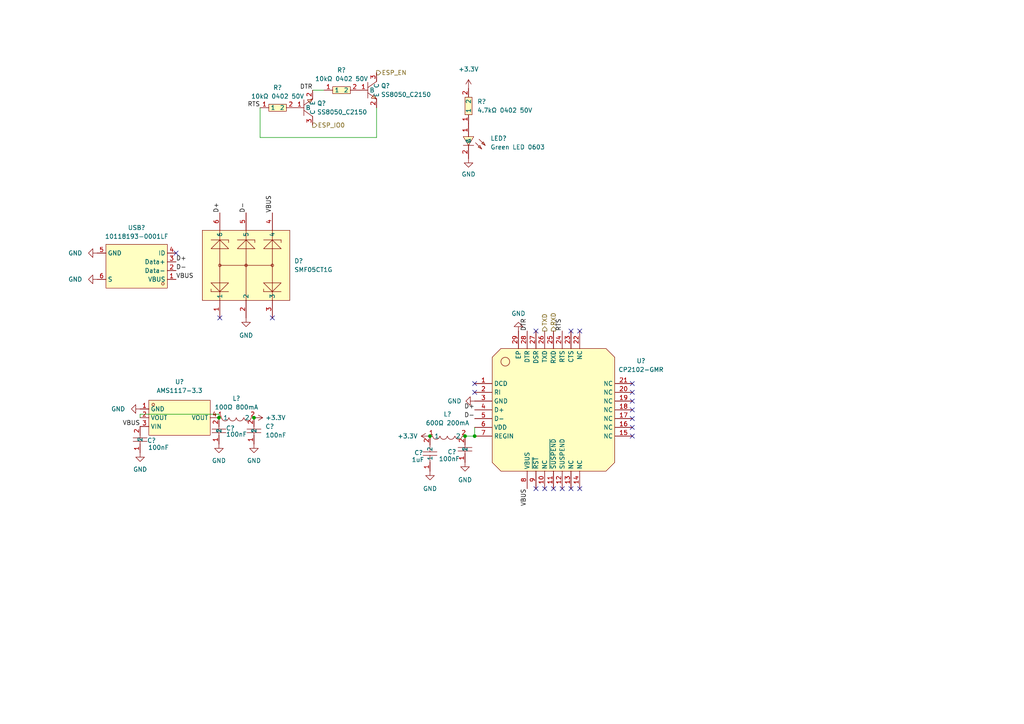
<source format=kicad_sch>
(kicad_sch (version 20211123) (generator eeschema)
  (paper "A4")
  (lib_symbols
    (symbol "easyeda2kicad:100Ω 800mA"
      (property "Reference" "L" (at 0 5.08 0))
      (property "Value" "100Ω 800mA" (at 0 -5.08 0))
      (symbol "100Ω 800mA_0_1"
        (arc (start -4.29 -0.02) (mid -2.52 -0.79) (end -2.27 -0.02))
        (arc (start -2.13 -0.02) (mid -0.36 -0.79) (end -0.11 -0.02))
        (arc (start 0.02 -0.02) (mid 1.79 -0.79) (end 2.04 -0.02))
        (arc (start 2.21 -0.02) (mid 3.3 -1.12) (end 4.23 -0.02))
        (pin unspecified line (at -5.08 0 0) (length 0.762) (name "1") (number "1"))
        (pin unspecified line (at 5.08 0 180) (length 0.762) (name "2") (number "2"))
      )
    )
    (symbol "easyeda2kicad:10118193-0001LF"
      (property "Reference" "USB" (at 0 7.62 0))
      (property "Value" "10118193-0001LF" (at 0 -10.16 0))
      (symbol "10118193-0001LF_0_1"
        (rectangle (start -8.89 5.08) (end 8.89 -7.62) (fill (type background)))
        (circle (center -7.62 3.81) (radius 0.38))
        (pin unspecified line (at -11.43 2.54 0) (length 2.54) (name "VBUS") (number "1"))
        (pin unspecified line (at -11.43 0 0) (length 2.54) (name "Data-") (number "2"))
        (pin unspecified line (at -11.43 -2.54 0) (length 2.54) (name "Data+") (number "3"))
        (pin unspecified line (at -11.43 -5.08 0) (length 2.54) (name "ID") (number "4"))
        (pin unspecified line (at 11.43 -5.08 180) (length 2.54) (name "GND") (number "5"))
        (pin unspecified line (at 11.43 2.54 180) (length 2.54) (name "S") (number "6"))
      )
    )
    (symbol "easyeda2kicad:10kΩ 0402 50V"
      (property "Reference" "R" (at 0 5.08 0))
      (property "Value" "10kΩ 0402 50V" (at 0 -5.08 0))
      (symbol "10kΩ 0402 50V_0_1"
        (rectangle (start -2.54 1.02) (end 2.54 -1.02) (fill (type background)))
        (pin input line (at -5.08 0 0) (length 2.54) (name "1") (number "1"))
        (pin input line (at 5.08 0 180) (length 2.54) (name "2") (number "2"))
      )
    )
    (symbol "easyeda2kicad:16V 100nF X7R ±10% 0402"
      (property "Reference" "C" (at 0 5.08 0))
      (property "Value" "16V 100nF X7R ±10% 0402" (at 0 -5.08 0))
      (symbol "16V 100nF X7R ±10% 0402_0_1"
        (polyline (pts (xy -1.27 0) (xy -0.51 0)))
        (polyline (pts (xy -0.51 2.03) (xy -0.51 -2.03)))
        (polyline (pts (xy 0.51 0) (xy 1.27 0)))
        (polyline (pts (xy 0.51 2.03) (xy 0.51 -2.03)))
        (pin input line (at -3.81 0 0) (length 2.54) (name "1") (number "1"))
        (pin input line (at 3.81 0 180) (length 2.54) (name "2") (number "2"))
      )
    )
    (symbol "easyeda2kicad:25V 1uF X5R ±10% 0402"
      (property "Reference" "C" (at 0 5.08 0))
      (property "Value" "25V 1uF X5R ±10% 0402" (at 0 -5.08 0))
      (symbol "25V 1uF X5R ±10% 0402_0_1"
        (polyline (pts (xy -0.51 -2.03) (xy -0.51 2.03)))
        (polyline (pts (xy -0.51 0) (xy -2.54 0)))
        (polyline (pts (xy 0.51 2.03) (xy 0.51 -2.03)))
        (polyline (pts (xy 2.54 0) (xy 0.51 0)))
        (pin unspecified line (at -5.08 0 0) (length 2.54) (name "1") (number "1"))
        (pin unspecified line (at 5.08 0 180) (length 2.54) (name "2") (number "2"))
      )
    )
    (symbol "easyeda2kicad:4.7kΩ 0402 50V"
      (property "Reference" "R" (at 0 5.08 0))
      (property "Value" "4.7kΩ 0402 50V" (at 0 -5.08 0))
      (symbol "4.7kΩ 0402 50V_0_1"
        (rectangle (start -2.54 1.02) (end 2.54 -1.02) (fill (type background)))
        (pin input line (at -5.08 0 0) (length 2.54) (name "1") (number "1"))
        (pin input line (at 5.08 0 180) (length 2.54) (name "2") (number "2"))
      )
    )
    (symbol "easyeda2kicad:600Ω 200mA"
      (property "Reference" "L" (at 0 5.08 0))
      (property "Value" "600Ω 200mA" (at 0 -5.08 0))
      (symbol "600Ω 200mA_0_1"
        (arc (start -4.29 -0.02) (mid -2.52 -0.79) (end -2.27 -0.02))
        (arc (start -2.13 -0.02) (mid -0.36 -0.79) (end -0.11 -0.02))
        (arc (start 0.02 -0.02) (mid 1.79 -0.79) (end 2.04 -0.02))
        (arc (start 2.21 -0.02) (mid 3.3 -1.12) (end 4.23 -0.02))
        (pin unspecified line (at -5.08 0 0) (length 0.762) (name "1") (number "1"))
        (pin unspecified line (at 5.08 0 180) (length 0.762) (name "2") (number "2"))
      )
    )
    (symbol "easyeda2kicad:AMS1117-3.3"
      (property "Reference" "U" (at 0 7.62 0))
      (property "Value" "AMS1117-3.3" (at 0 -7.62 0))
      (symbol "AMS1117-3.3_0_1"
        (rectangle (start -8.89 5.08) (end 8.89 -5.08) (fill (type background)))
        (circle (center -7.62 3.81) (radius 0.38))
        (pin unspecified line (at -11.43 2.54 0) (length 2.54) (name "GND") (number "1"))
        (pin unspecified line (at -11.43 0 0) (length 2.54) (name "VOUT") (number "2"))
        (pin unspecified line (at -11.43 -2.54 0) (length 2.54) (name "VIN") (number "3"))
        (pin unspecified line (at 11.43 0 180) (length 2.54) (name "VOUT") (number "4"))
      )
    )
    (symbol "easyeda2kicad:CP2102-GMR"
      (property "Reference" "U" (at 0 27.94 0))
      (property "Value" "CP2102-GMR" (at 0 -27.94 0))
      (symbol "CP2102-GMR_0_1"
        (circle (center -13.97 13.97) (radius 1.27))
        (polyline (pts (xy -15.24 17.78) (xy 15.24 17.78) (xy 17.78 15.24) (xy 17.78 -15.24) (xy 15.24 -17.78) (xy -15.24 -17.78) (xy -17.78 -15.24) (xy -17.78 15.24) (xy -15.24 17.78)) (fill (type background)))
        (pin unspecified line (at -22.86 7.62 0) (length 5.08) (name "DCD") (number "1"))
        (pin unspecified line (at -2.54 -22.86 90) (length 5.08) (name "NC") (number "10"))
        (pin unspecified line (at 0 -22.86 90) (length 5.08) (name "~{SUSPEND}") (number "11"))
        (pin unspecified line (at 2.54 -22.86 90) (length 5.08) (name "SUSPEND") (number "12"))
        (pin unspecified line (at 5.08 -22.86 90) (length 5.08) (name "NC") (number "13"))
        (pin unspecified line (at 7.62 -22.86 90) (length 5.08) (name "NC") (number "14"))
        (pin unspecified line (at 22.86 -7.62 180) (length 5.08) (name "NC") (number "15"))
        (pin unspecified line (at 22.86 -5.08 180) (length 5.08) (name "NC") (number "16"))
        (pin unspecified line (at 22.86 -2.54 180) (length 5.08) (name "NC") (number "17"))
        (pin unspecified line (at 22.86 0 180) (length 5.08) (name "NC") (number "18"))
        (pin unspecified line (at 22.86 2.54 180) (length 5.08) (name "NC") (number "19"))
        (pin unspecified line (at -22.86 5.08 0) (length 5.08) (name "RI") (number "2"))
        (pin unspecified line (at 22.86 5.08 180) (length 5.08) (name "NC") (number "20"))
        (pin unspecified line (at 22.86 7.62 180) (length 5.08) (name "NC") (number "21"))
        (pin unspecified line (at 7.62 22.86 270) (length 5.08) (name "NC") (number "22"))
        (pin unspecified line (at 5.08 22.86 270) (length 5.08) (name "CTS") (number "23"))
        (pin unspecified line (at 2.54 22.86 270) (length 5.08) (name "RTS") (number "24"))
        (pin unspecified line (at 0 22.86 270) (length 5.08) (name "RXD") (number "25"))
        (pin unspecified line (at -2.54 22.86 270) (length 5.08) (name "TXD") (number "26"))
        (pin unspecified line (at -5.08 22.86 270) (length 5.08) (name "DSR") (number "27"))
        (pin unspecified line (at -7.62 22.86 270) (length 5.08) (name "DTR") (number "28"))
        (pin unspecified line (at -10.16 22.86 270) (length 5.08) (name "EP") (number "29"))
        (pin unspecified line (at -22.86 2.54 0) (length 5.08) (name "GND") (number "3"))
        (pin unspecified line (at -22.86 0 0) (length 5.08) (name "D+") (number "4"))
        (pin unspecified line (at -22.86 -2.54 0) (length 5.08) (name "D-") (number "5"))
        (pin unspecified line (at -22.86 -5.08 0) (length 5.08) (name "VDD") (number "6"))
        (pin unspecified line (at -22.86 -7.62 0) (length 5.08) (name "REGIN") (number "7"))
        (pin unspecified line (at -7.62 -22.86 90) (length 5.08) (name "VBUS") (number "8"))
        (pin unspecified line (at -5.08 -22.86 90) (length 5.08) (name "~{RST}") (number "9"))
      )
    )
    (symbol "easyeda2kicad:Green LED 0603"
      (property "Reference" "LED" (at 0 3.81 0))
      (property "Value" "Green LED 0603" (at 0 -6.35 0))
      (symbol "Green LED 0603_0_1"
        (polyline (pts (xy -0.51 1.78) (xy 1.27 3.56)))
        (polyline (pts (xy 0.51 0.76) (xy 2.29 2.54)))
        (polyline (pts (xy 1.27 0.25) (xy 1.27 -2.79)))
        (polyline (pts (xy -1.27 -2.79) (xy 1.27 -1.27) (xy -1.27 0.25) (xy -1.27 -2.79)) (fill (type background)))
        (polyline (pts (xy 1.27 3.56) (xy 0.25 3.05) (xy 0.76 2.54) (xy 1.27 3.56)) (fill (type background)))
        (polyline (pts (xy 2.29 2.54) (xy 1.27 2.03) (xy 1.78 1.52) (xy 2.29 2.54)) (fill (type background)))
        (pin input line (at -5.08 -1.27 0) (length 3.81) (name "A") (number "1"))
        (pin input line (at 5.08 -1.27 180) (length 3.81) (name "C") (number "2"))
      )
    )
    (symbol "easyeda2kicad:SMF05CT1G"
      (property "Reference" "D" (at 0 12.7 0))
      (property "Value" "SMF05CT1G" (at 0 -12.7 0))
      (symbol "SMF05CT1G_0_1"
        (rectangle (start -10.16 12.7) (end 10.16 -12.7) (fill (type background)))
        (circle (center 0 -7.62) (radius 0.38))
        (polyline (pts (xy -10.16 -7.62) (xy 10.16 -7.62)))
        (polyline (pts (xy -10.16 0) (xy 0 0)))
        (polyline (pts (xy -10.16 7.62) (xy 10.16 7.62)))
        (polyline (pts (xy -7.62 -10.16) (xy -7.62 -5.08)))
        (polyline (pts (xy -7.62 -5.08) (xy -6.86 -5.08)))
        (polyline (pts (xy -7.62 5.08) (xy -7.62 10.16)))
        (polyline (pts (xy -7.62 10.16) (xy -6.86 10.16)))
        (polyline (pts (xy 0 -7.62) (xy 0 7.62)))
        (polyline (pts (xy 0 0) (xy 10.16 0)))
        (polyline (pts (xy 7.37 -10.16) (xy 6.6 -10.16)))
        (polyline (pts (xy 7.37 -5.08) (xy 7.37 -10.16)))
        (polyline (pts (xy 7.37 -2.54) (xy 6.6 -2.54)))
        (polyline (pts (xy 7.37 2.54) (xy 7.37 -2.54)))
        (polyline (pts (xy 7.37 5.08) (xy 6.6 5.08)))
        (polyline (pts (xy 7.37 10.16) (xy 7.37 5.08)))
        (polyline (pts (xy -5.08 -5.08) (xy -7.62 -7.62) (xy -5.08 -10.16) (xy -5.08 -5.08)) (fill (type background)))
        (polyline (pts (xy -5.08 10.16) (xy -7.62 7.62) (xy -5.08 5.08) (xy -5.08 10.16)) (fill (type background)))
        (polyline (pts (xy 4.83 -10.16) (xy 7.37 -7.62) (xy 4.83 -5.08) (xy 4.83 -10.16)) (fill (type background)))
        (polyline (pts (xy 4.83 -2.54) (xy 7.37 0) (xy 4.83 2.54) (xy 4.83 -2.54)) (fill (type background)))
        (polyline (pts (xy 4.83 5.08) (xy 7.37 7.62) (xy 4.83 10.16) (xy 4.83 5.08)) (fill (type background)))
        (circle (center 0 0) (radius 0.38))
        (circle (center 0 7.62) (radius 0.38))
        (arc (start 0.25 -7.62) (mid 0.25 -7.61) (end 0.25 -7.62))
        (arc (start 0.25 0) (mid 0.25 0.01) (end 0.25 0))
        (arc (start 0.25 7.62) (mid 0.25 7.63) (end 0.25 7.62))
        (pin input line (at -15.24 7.62 0) (length 5.08) (name "1") (number "1"))
        (pin input line (at -15.24 0 0) (length 5.08) (name "2") (number "2"))
        (pin input line (at -15.24 -7.62 0) (length 5.08) (name "3") (number "3"))
        (pin input line (at 15.24 -7.62 180) (length 5.08) (name "4") (number "4"))
        (pin input line (at 15.24 0 180) (length 5.08) (name "5") (number "5"))
        (pin input line (at 15.24 7.62 180) (length 5.08) (name "6") (number "6"))
      )
    )
    (symbol "easyeda2kicad:SS8050_C2150"
      (property "Reference" "Q" (at 0 10.16 0))
      (property "Value" "SS8050_C2150" (at 0 -10.16 0))
      (symbol "SS8050_C2150_0_1"
        (polyline (pts (xy -2.54 -0.76) (xy 0 -2.54)))
        (polyline (pts (xy -2.54 2.29) (xy -2.54 -2.29)))
        (polyline (pts (xy 0 2.54) (xy -2.54 0.76)))
        (polyline (pts (xy 0 -2.54) (xy -0.76 -1.27) (xy -1.52 -2.29) (xy 0 -2.54)) (fill (type background)))
        (pin unspecified line (at -5.08 0 0) (length 2.54) (name "B") (number "1"))
        (pin unspecified line (at 0 -5.08 90) (length 2.54) (name "E") (number "2"))
        (pin unspecified line (at 0 5.08 270) (length 2.54) (name "C") (number "3"))
      )
    )
    (symbol "power:+3.3V" (power) (pin_names (offset 0))
      (property "Value" "+3.3V" (at 0 3.556 0))
      (symbol "+3.3V_0_1"
        (polyline (pts (xy -0.762 1.27) (xy 0 2.54)))
        (polyline (pts (xy 0 0) (xy 0 2.54)))
        (polyline (pts (xy 0 2.54) (xy 0.762 1.27)))
      )
      (symbol "+3.3V_1_1"
        (pin power_in line (at 0 0 90) (length 0) hide (name "+3.3V") (number "1"))
      )
    )
    (symbol "power:GND" (power) (pin_names (offset 0))
      (property "Value" "GND" (at 0 -3.81 0))
      (symbol "GND_0_1"
        (polyline (pts (xy 0 0) (xy 0 -1.27) (xy 1.27 -1.27) (xy 0 -2.54) (xy -1.27 -1.27) (xy 0 -1.27)))
      )
      (symbol "GND_1_1"
        (pin power_in line (at 0 0 270) (length 0) hide (name "GND") (number "1"))
      )
    )
  )
  (junction (at 124.714 126.492))
  (junction (at 73.66 121.158))
  (junction (at 137.668 126.492))
  (junction (at 134.874 126.492))
  (junction (at 63.5 121.158))
  (no_connect (at 137.668 111.252))
  (no_connect (at 160.528 141.732))
  (no_connect (at 165.608 96.012))
  (no_connect (at 78.994 92.202))
  (no_connect (at 183.388 116.332))
  (no_connect (at 155.448 141.732))
  (no_connect (at 163.068 141.732))
  (no_connect (at 155.448 96.012))
  (no_connect (at 183.388 113.792))
  (no_connect (at 183.388 121.412))
  (no_connect (at 63.754 92.202))
  (no_connect (at 183.388 126.492))
  (no_connect (at 168.148 96.012))
  (no_connect (at 157.988 141.732))
  (no_connect (at 183.388 118.872))
  (no_connect (at 183.388 123.952))
  (no_connect (at 183.388 111.252))
  (no_connect (at 137.668 113.792))
  (no_connect (at 168.148 141.732))
  (no_connect (at 51.054 73.406))
  (no_connect (at 165.608 141.732))
  (wire (pts (xy 40.64 121.158) (xy 40.64 120.142)))
  (wire (pts (xy 40.64 120.142) (xy 63.5 120.142)))
  (wire (pts (xy 63.5 120.142) (xy 63.5 121.158)))
  (wire (pts (xy 137.668 123.952) (xy 137.668 126.492)))
  (wire (pts (xy 93.98 26.162) (xy 90.678 26.162)))
  (wire (pts (xy 75.438 31.242) (xy 75.438 39.878)))
  (wire (pts (xy 75.438 39.878) (xy 109.22 39.878)))
  (wire (pts (xy 134.874 126.492) (xy 137.668 126.492)))
  (wire (pts (xy 109.22 39.878) (xy 109.22 31.242)))
  (label "D-" (at 137.668 121.412 180))
  (label "VBUS" (at 51.054 81.026 0))
  (label "DTR" (at 90.678 26.162 180))
  (label "D+" (at 137.668 118.872 180))
  (label "VBUS" (at 78.994 61.722 90))
  (label "D+" (at 51.054 75.946 0))
  (label "D-" (at 71.374 61.722 90))
  (label "D+" (at 63.754 61.722 90))
  (label "RTS" (at 75.438 31.242 180))
  (label "D-" (at 51.054 78.486 0))
  (label "VBUS" (at 152.908 141.732 270))
  (label "RTS" (at 163.068 96.012 90))
  (label "DTR" (at 152.908 96.012 90))
  (label "VBUS" (at 40.64 123.698 180))
  (hierarchical_label "ESP_IO0" (shape output) (at 90.678 36.322 0))
  (hierarchical_label "ESP_EN" (shape output) (at 109.22 21.082 0))
  (hierarchical_label "RXD" (shape output) (at 160.528 96.012 90))
  (hierarchical_label "TXD" (shape output) (at 157.988 96.012 90))
  (symbol (lib_id "power:GND") (at 134.874 134.112 0) (unit 1)
    (property "Reference" "#PWR?" (effects hide))
    (property "Value" "GND" (at 134.874 139.192 0))
  )
  (symbol (lib_id "easyeda2kicad:16V 100nF X7R ±10% 0402") (at 73.66 124.968 90) (unit 1)
    (property "Reference" "C?" (at 76.962 123.6979 90) (effects (justify right)))
    (property "Value" "100nF" (at 76.962 126.2379 90) (effects (justify right)))
    (property "Footprint" "easyeda2kicad:C0402_NEW" (effects hide))
    (property "Datasheet" "https://lcsc.com/product-detail/Multilayer-Ceramic-Capacitors-MLCC-SMD-SMT_SAMSUNG_CL05B104KO5NNNC_100nF-104-10-16V_C1525.html" (effects hide))
    (property "Manufacturer" "SAMSUNG(三星)" (effects hide))
    (property "LCSC Part" "C1525" (effects hide))
    (property "JLC Part" "Basic Part" (effects hide))
  )
  (symbol (lib_id "power:GND") (at 40.64 118.618 270) (unit 1)
    (property "Reference" "#PWR?" (effects hide))
    (property "Value" "GND" (at 36.322 118.6179 90) (effects (justify right)))
  )
  (symbol (lib_id "easyeda2kicad:16V 100nF X7R ±10% 0402") (at 63.5 124.968 90) (unit 1)
    (property "Reference" "C?" (at 65.532 124.206 90) (effects (justify right)))
    (property "Value" "100nF" (at 65.532 125.984 90) (effects (justify right)))
    (property "Footprint" "easyeda2kicad:C0402_NEW" (effects hide))
    (property "Datasheet" "https://lcsc.com/product-detail/Multilayer-Ceramic-Capacitors-MLCC-SMD-SMT_SAMSUNG_CL05B104KO5NNNC_100nF-104-10-16V_C1525.html" (effects hide))
    (property "Manufacturer" "SAMSUNG(三星)" (effects hide))
    (property "LCSC Part" "C1525" (effects hide))
    (property "JLC Part" "Basic Part" (effects hide))
  )
  (symbol (lib_id "easyeda2kicad:10kΩ 0402 50V") (at 99.06 26.162 0) (unit 1)
    (property "Reference" "R?" (at 99.06 20.32 0))
    (property "Value" "10kΩ 0402 50V" (at 99.06 22.86 0))
    (property "Footprint" "easyeda2kicad:R0402" (effects hide))
    (property "Datasheet" "https://lcsc.com/product-detail/Chip-Resistor-Surface-Mount-UniOhm_10KR-1002-1_C25744.html" (effects hide))
    (property "Manufacturer" "UNI-ROYAL(厚声)" (effects hide))
    (property "LCSC Part" "C25744" (effects hide))
    (property "JLC Part" "Basic Part" (effects hide))
  )
  (symbol (lib_id "easyeda2kicad:CP2102-GMR") (at 160.528 118.872 0) (unit 1)
    (property "Reference" "U?" (at 185.928 104.6732 0))
    (property "Value" "CP2102-GMR" (at 185.928 107.2132 0))
    (property "Footprint" "easyeda2kicad:WQFN-28_L5.0-W5.0-P0.50-BL-EP3.2" (effects hide))
    (property "Datasheet" "https://lcsc.com/product-detail/USB_SILICON-LABS_CP2102-GMR_CP2102-GMR_C6568.html" (effects hide))
    (property "Manufacturer" "SILICON LABS(芯科)" (effects hide))
    (property "LCSC Part" "C6568" (effects hide))
    (property "JLC Part" "Basic Part" (effects hide))
  )
  (symbol (lib_id "power:+3.3V") (at 124.714 126.492 90) (unit 1)
    (property "Reference" "#PWR?" (effects hide))
    (property "Value" "+3.3V" (at 121.158 126.4919 90) (effects (justify left)))
  )
  (symbol (lib_id "easyeda2kicad:100Ω 800mA") (at 68.58 121.158 0) (unit 1)
    (property "Reference" "L?" (at 68.58 115.57 0))
    (property "Value" "100Ω 800mA" (at 68.58 118.11 0))
    (property "Footprint" "easyeda2kicad:L0805" (effects hide))
    (property "Datasheet" "https://lcsc.com/product-detail/Ferrite-Beads-And-Chips_100R-25-100MHz_C1015.html" (effects hide))
    (property "Manufacturer" "Sunlord(顺络)" (effects hide))
    (property "LCSC Part" "C1015" (effects hide))
    (property "JLC Part" "Basic Part" (effects hide))
  )
  (symbol (lib_id "power:GND") (at 63.5 128.778 0) (unit 1)
    (property "Reference" "#PWR?" (effects hide))
    (property "Value" "GND" (at 63.5 133.604 0))
  )
  (symbol (lib_id "easyeda2kicad:Green LED 0603") (at 137.16 40.894 270) (unit 1)
    (property "Reference" "LED?" (at 142.24 40.1339 90) (effects (justify left)))
    (property "Value" "Green LED 0603" (at 142.24 42.6739 90) (effects (justify left)))
    (property "Footprint" "easyeda2kicad:LED0603-R-RD" (effects hide))
    (property "Datasheet" "https://lcsc.com/product-detail/Light-Emitting-Diodes-LED_0603-Green-light_C72043.html" (effects hide))
    (property "Manufacturer" "EVERLIGHT(亿光)" (effects hide))
    (property "LCSC Part" "C72043" (effects hide))
    (property "JLC Part" "Basic Part" (effects hide))
  )
  (symbol (lib_id "easyeda2kicad:4.7kΩ 0402 50V") (at 135.89 30.734 90) (unit 1)
    (property "Reference" "R?" (at 138.43 29.4639 90) (effects (justify right)))
    (property "Value" "4.7kΩ 0402 50V" (at 138.43 32.0039 90) (effects (justify right)))
    (property "Footprint" "easyeda2kicad:R0402" (effects hide))
    (property "Datasheet" "https://lcsc.com/product-detail/Chip-Resistor-Surface-Mount-UniOhm_4-7KR-4701-1_C25900.html" (effects hide))
    (property "Manufacturer" "UNI-ROYAL(厚声)" (effects hide))
    (property "LCSC Part" "C25900" (effects hide))
    (property "JLC Part" "Basic Part" (effects hide))
  )
  (symbol (lib_id "easyeda2kicad:600Ω 200mA") (at 129.794 126.492 0) (unit 1)
    (property "Reference" "L?" (at 129.794 120.142 0))
    (property "Value" "600Ω 200mA" (at 129.794 122.682 0))
    (property "Footprint" "easyeda2kicad:L0603" (effects hide))
    (property "Datasheet" "https://lcsc.com/product-detail/Ferrite-Beads-And-Chips_600R-25-100MHz_C1002.html" (effects hide))
    (property "Manufacturer" "Sunlord(顺络)" (effects hide))
    (property "LCSC Part" "C1002" (effects hide))
    (property "JLC Part" "Basic Part" (effects hide))
  )
  (symbol (lib_id "easyeda2kicad:10kΩ 0402 50V") (at 80.518 31.242 0) (unit 1)
    (property "Reference" "R?" (at 80.518 25.4 0))
    (property "Value" "10kΩ 0402 50V" (at 80.518 27.94 0))
    (property "Footprint" "easyeda2kicad:R0402" (effects hide))
    (property "Datasheet" "https://lcsc.com/product-detail/Chip-Resistor-Surface-Mount-UniOhm_10KR-1002-1_C25744.html" (effects hide))
    (property "Manufacturer" "UNI-ROYAL(厚声)" (effects hide))
    (property "LCSC Part" "C25744" (effects hide))
    (property "JLC Part" "Basic Part" (effects hide))
  )
  (symbol (lib_id "power:GND") (at 124.714 136.652 0) (unit 1)
    (property "Reference" "#PWR?" (effects hide))
    (property "Value" "GND" (at 124.714 141.732 0))
  )
  (symbol (lib_id "power:+3.3V") (at 135.89 25.654 0) (unit 1)
    (property "Reference" "#PWR?" (effects hide))
    (property "Value" "+3.3V" (at 135.89 20.066 0))
  )
  (symbol (lib_id "power:GND") (at 40.64 131.318 0) (unit 1)
    (property "Reference" "#PWR?" (effects hide))
    (property "Value" "GND" (at 40.64 136.144 0))
  )
  (symbol (lib_id "power:GND") (at 71.374 92.202 0) (unit 1)
    (property "Reference" "#PWR?" (effects hide))
    (property "Value" "GND" (at 71.374 97.282 0))
  )
  (symbol (lib_id "power:GND") (at 28.194 81.026 270) (unit 1)
    (property "Reference" "#PWR?" (effects hide))
    (property "Value" "GND" (at 23.876 81.0259 90) (effects (justify right)))
  )
  (symbol (lib_id "power:+3.3V") (at 73.66 121.158 270) (unit 1)
    (property "Reference" "#PWR?" (effects hide))
    (property "Value" "+3.3V" (at 76.962 121.1579 90) (effects (justify left)))
  )
  (symbol (lib_id "power:GND") (at 73.66 128.778 0) (unit 1)
    (property "Reference" "#PWR?" (effects hide))
    (property "Value" "GND" (at 73.66 133.604 0))
  )
  (symbol (lib_id "easyeda2kicad:SMF05CT1G") (at 71.374 76.962 90) (unit 1)
    (property "Reference" "D?" (at 85.344 75.6919 90) (effects (justify right)))
    (property "Value" "SMF05CT1G" (at 85.344 78.2319 90) (effects (justify right)))
    (property "Footprint" "easyeda2kicad:SOT-363_L2.0-W1.3-P0.65-LS2.1-BR" (effects hide))
    (property "Datasheet" "https://lcsc.com/product-detail/TVS_ON_SMF05CT1G_SMF05CT1G_C15879.html" (effects hide))
    (property "Manufacturer" "onsemi(安森美)" (effects hide))
    (property "LCSC Part" "C15879" (effects hide))
    (property "JLC Part" "Basic Part" (effects hide))
  )
  (symbol (lib_id "easyeda2kicad:25V 1uF X5R ±10% 0402") (at 124.714 131.572 90) (unit 1)
    (property "Reference" "C?" (at 120.142 131.318 90) (effects (justify right)))
    (property "Value" "1uF" (at 119.38 133.35 90) (effects (justify right)))
    (property "Footprint" "easyeda2kicad:C0402" (effects hide))
    (property "Datasheet" "https://lcsc.com/product-detail/Multilayer-Ceramic-Capacitors-MLCC-SMD-SMT_SAMSUNG_CL05A105KA5NQNC_1uF-105-10-25V_C52923.html" (effects hide))
    (property "Manufacturer" "SAMSUNG(三星)" (effects hide))
    (property "LCSC Part" "C52923" (effects hide))
    (property "JLC Part" "Basic Part" (effects hide))
  )
  (symbol (lib_id "easyeda2kicad:16V 100nF X7R ±10% 0402") (at 40.64 127.508 90) (unit 1)
    (property "Reference" "C?" (at 42.672 127.762 90) (effects (justify right)))
    (property "Value" "100nF" (at 42.926 129.794 90) (effects (justify right)))
    (property "Footprint" "easyeda2kicad:C0402_NEW" (effects hide))
    (property "Datasheet" "https://lcsc.com/product-detail/Multilayer-Ceramic-Capacitors-MLCC-SMD-SMT_SAMSUNG_CL05B104KO5NNNC_100nF-104-10-16V_C1525.html" (effects hide))
    (property "Manufacturer" "SAMSUNG(三星)" (effects hide))
    (property "LCSC Part" "C1525" (effects hide))
    (property "JLC Part" "Basic Part" (effects hide))
  )
  (symbol (lib_id "easyeda2kicad:SS8050_C2150") (at 109.22 26.162 0) (unit 1)
    (property "Reference" "Q?" (at 110.49 24.8919 0) (effects (justify left)))
    (property "Value" "SS8050_C2150" (at 110.49 27.4319 0) (effects (justify left)))
    (property "Footprint" "easyeda2kicad:SOT-23-3_L2.9-W1.3-P1.90-LS2.4-BR" (effects hide))
    (property "Datasheet" "https://lcsc.com/product-detail/Transistors-NPN-PNP_SS8050-Y1-200-350_C2150.html" (effects hide))
    (property "Manufacturer" "CJ(江苏长电/长晶)" (effects hide))
    (property "LCSC Part" "C2150" (effects hide))
    (property "JLC Part" "Basic Part" (effects hide))
  )
  (symbol (lib_id "easyeda2kicad:SS8050_C2150") (at 90.678 31.242 0) (mirror x) (unit 1)
    (property "Reference" "Q?" (at 91.948 29.9719 0) (effects (justify left)))
    (property "Value" "SS8050_C2150" (at 91.948 32.5119 0) (effects (justify left)))
    (property "Footprint" "easyeda2kicad:SOT-23-3_L2.9-W1.3-P1.90-LS2.4-BR" (effects hide))
    (property "Datasheet" "https://lcsc.com/product-detail/Transistors-NPN-PNP_SS8050-Y1-200-350_C2150.html" (effects hide))
    (property "Manufacturer" "CJ(江苏长电/长晶)" (effects hide))
    (property "LCSC Part" "C2150" (effects hide))
    (property "JLC Part" "Basic Part" (effects hide))
  )
  (symbol (lib_id "easyeda2kicad:AMS1117-3.3") (at 52.07 121.158 0) (unit 1)
    (property "Reference" "U?" (at 52.07 110.744 0))
    (property "Value" "AMS1117-3.3" (at 52.07 113.284 0))
    (property "Footprint" "easyeda2kicad:SOT-223-3_L6.5-W3.4-P2.30-LS7.0-BR" (effects hide))
    (property "Datasheet" "https://lcsc.com/product-detail/Low-Dropout-Regulators-LDO_AMS_AMS1117-3-3_AMS1117-3-3_C6186.html" (effects hide))
    (property "Manufacturer" "AMS" (effects hide))
    (property "LCSC Part" "C6186" (effects hide))
    (property "JLC Part" "Basic Part" (effects hide))
  )
  (symbol (lib_id "power:GND") (at 137.668 116.332 270) (unit 1)
    (property "Reference" "#PWR?" (effects hide))
    (property "Value" "GND" (at 133.858 116.3319 90) (effects (justify right)))
  )
  (symbol (lib_id "power:GND") (at 150.368 96.012 180) (unit 1)
    (property "Reference" "#PWR?" (effects hide))
    (property "Value" "GND" (at 150.368 90.932 0))
  )
  (symbol (lib_id "easyeda2kicad:16V 100nF X7R ±10% 0402") (at 134.874 130.302 90) (unit 1)
    (property "Reference" "C?" (at 129.794 131.064 90) (effects (justify right)))
    (property "Value" "100nF" (at 127.254 133.096 90) (effects (justify right)))
    (property "Footprint" "easyeda2kicad:C0402_NEW" (effects hide))
    (property "Datasheet" "https://lcsc.com/product-detail/Multilayer-Ceramic-Capacitors-MLCC-SMD-SMT_SAMSUNG_CL05B104KO5NNNC_100nF-104-10-16V_C1525.html" (effects hide))
    (property "Manufacturer" "SAMSUNG(三星)" (effects hide))
    (property "LCSC Part" "C1525" (effects hide))
    (property "JLC Part" "Basic Part" (effects hide))
  )
  (symbol (lib_id "power:GND") (at 135.89 45.974 0) (unit 1)
    (property "Reference" "#PWR?" (effects hide))
    (property "Value" "GND" (at 135.89 50.546 0))
  )
  (symbol (lib_id "easyeda2kicad:10118193-0001LF") (at 39.624 78.486 180) (unit 1)
    (property "Reference" "USB?" (at 39.624 66.04 0))
    (property "Value" "10118193-0001LF" (at 39.624 68.58 0))
    (property "Footprint" "easyeda2kicad:MICRO-USB-SMD_10118193-0001LF" (effects hide))
    (property "Datasheet" "https://lcsc.com/product-detail/USB-Connectors_Amphenol_10118193-0001LF_10118193-0001LF_C132562.html" (effects hide))
    (property "Manufacturer" "Amphenol" (effects hide))
    (property "LCSC Part" "C132562" (effects hide))
    (property "JLC Part" "Extended Part" (effects hide))
  )
  (symbol (lib_id "power:GND") (at 28.194 73.406 270) (unit 1)
    (property "Reference" "#PWR?" (effects hide))
    (property "Value" "GND" (at 23.876 73.4059 90) (effects (justify right)))
  )
)
</source>
